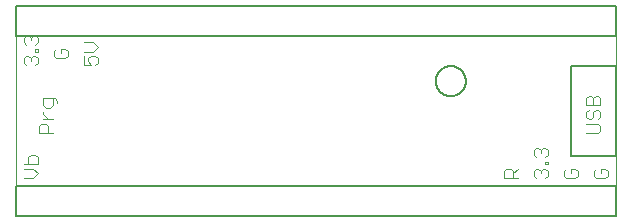
<source format=gto>
G75*
%MOIN*%
%OFA0B0*%
%FSLAX25Y25*%
%IPPOS*%
%LPD*%
%AMOC8*
5,1,8,0,0,1.08239X$1,22.5*
%
%ADD10C,0.00000*%
%ADD11C,0.00500*%
%ADD12C,0.00400*%
D10*
X0001250Y0001250D02*
X0001250Y0071211D01*
X0201250Y0071211D01*
X0201250Y0001250D01*
X0001250Y0001250D01*
D11*
X0201250Y0001250D01*
X0201250Y0011250D01*
X0001250Y0011250D01*
X0001250Y0001250D01*
X0141250Y0046250D02*
X0141252Y0046391D01*
X0141258Y0046532D01*
X0141268Y0046672D01*
X0141282Y0046812D01*
X0141300Y0046952D01*
X0141321Y0047091D01*
X0141347Y0047230D01*
X0141376Y0047368D01*
X0141410Y0047504D01*
X0141447Y0047640D01*
X0141488Y0047775D01*
X0141533Y0047909D01*
X0141582Y0048041D01*
X0141634Y0048172D01*
X0141690Y0048301D01*
X0141750Y0048428D01*
X0141813Y0048554D01*
X0141879Y0048678D01*
X0141950Y0048801D01*
X0142023Y0048921D01*
X0142100Y0049039D01*
X0142180Y0049155D01*
X0142264Y0049268D01*
X0142350Y0049379D01*
X0142440Y0049488D01*
X0142533Y0049594D01*
X0142628Y0049697D01*
X0142727Y0049798D01*
X0142828Y0049896D01*
X0142932Y0049991D01*
X0143039Y0050083D01*
X0143148Y0050172D01*
X0143260Y0050257D01*
X0143374Y0050340D01*
X0143490Y0050420D01*
X0143609Y0050496D01*
X0143730Y0050568D01*
X0143852Y0050638D01*
X0143977Y0050703D01*
X0144103Y0050766D01*
X0144231Y0050824D01*
X0144361Y0050879D01*
X0144492Y0050931D01*
X0144625Y0050978D01*
X0144759Y0051022D01*
X0144894Y0051063D01*
X0145030Y0051099D01*
X0145167Y0051131D01*
X0145305Y0051160D01*
X0145443Y0051185D01*
X0145583Y0051205D01*
X0145723Y0051222D01*
X0145863Y0051235D01*
X0146004Y0051244D01*
X0146144Y0051249D01*
X0146285Y0051250D01*
X0146426Y0051247D01*
X0146567Y0051240D01*
X0146707Y0051229D01*
X0146847Y0051214D01*
X0146987Y0051195D01*
X0147126Y0051173D01*
X0147264Y0051146D01*
X0147402Y0051116D01*
X0147538Y0051081D01*
X0147674Y0051043D01*
X0147808Y0051001D01*
X0147942Y0050955D01*
X0148074Y0050906D01*
X0148204Y0050852D01*
X0148333Y0050795D01*
X0148460Y0050735D01*
X0148586Y0050671D01*
X0148709Y0050603D01*
X0148831Y0050532D01*
X0148951Y0050458D01*
X0149068Y0050380D01*
X0149183Y0050299D01*
X0149296Y0050215D01*
X0149407Y0050128D01*
X0149515Y0050037D01*
X0149620Y0049944D01*
X0149723Y0049847D01*
X0149823Y0049748D01*
X0149920Y0049646D01*
X0150014Y0049541D01*
X0150105Y0049434D01*
X0150193Y0049324D01*
X0150278Y0049212D01*
X0150360Y0049097D01*
X0150439Y0048980D01*
X0150514Y0048861D01*
X0150586Y0048740D01*
X0150654Y0048617D01*
X0150719Y0048492D01*
X0150781Y0048365D01*
X0150838Y0048236D01*
X0150893Y0048106D01*
X0150943Y0047975D01*
X0150990Y0047842D01*
X0151033Y0047708D01*
X0151072Y0047572D01*
X0151107Y0047436D01*
X0151139Y0047299D01*
X0151166Y0047161D01*
X0151190Y0047022D01*
X0151210Y0046882D01*
X0151226Y0046742D01*
X0151238Y0046602D01*
X0151246Y0046461D01*
X0151250Y0046320D01*
X0151250Y0046180D01*
X0151246Y0046039D01*
X0151238Y0045898D01*
X0151226Y0045758D01*
X0151210Y0045618D01*
X0151190Y0045478D01*
X0151166Y0045339D01*
X0151139Y0045201D01*
X0151107Y0045064D01*
X0151072Y0044928D01*
X0151033Y0044792D01*
X0150990Y0044658D01*
X0150943Y0044525D01*
X0150893Y0044394D01*
X0150838Y0044264D01*
X0150781Y0044135D01*
X0150719Y0044008D01*
X0150654Y0043883D01*
X0150586Y0043760D01*
X0150514Y0043639D01*
X0150439Y0043520D01*
X0150360Y0043403D01*
X0150278Y0043288D01*
X0150193Y0043176D01*
X0150105Y0043066D01*
X0150014Y0042959D01*
X0149920Y0042854D01*
X0149823Y0042752D01*
X0149723Y0042653D01*
X0149620Y0042556D01*
X0149515Y0042463D01*
X0149407Y0042372D01*
X0149296Y0042285D01*
X0149183Y0042201D01*
X0149068Y0042120D01*
X0148951Y0042042D01*
X0148831Y0041968D01*
X0148709Y0041897D01*
X0148586Y0041829D01*
X0148460Y0041765D01*
X0148333Y0041705D01*
X0148204Y0041648D01*
X0148074Y0041594D01*
X0147942Y0041545D01*
X0147808Y0041499D01*
X0147674Y0041457D01*
X0147538Y0041419D01*
X0147402Y0041384D01*
X0147264Y0041354D01*
X0147126Y0041327D01*
X0146987Y0041305D01*
X0146847Y0041286D01*
X0146707Y0041271D01*
X0146567Y0041260D01*
X0146426Y0041253D01*
X0146285Y0041250D01*
X0146144Y0041251D01*
X0146004Y0041256D01*
X0145863Y0041265D01*
X0145723Y0041278D01*
X0145583Y0041295D01*
X0145443Y0041315D01*
X0145305Y0041340D01*
X0145167Y0041369D01*
X0145030Y0041401D01*
X0144894Y0041437D01*
X0144759Y0041478D01*
X0144625Y0041522D01*
X0144492Y0041569D01*
X0144361Y0041621D01*
X0144231Y0041676D01*
X0144103Y0041734D01*
X0143977Y0041797D01*
X0143852Y0041862D01*
X0143730Y0041932D01*
X0143609Y0042004D01*
X0143490Y0042080D01*
X0143374Y0042160D01*
X0143260Y0042243D01*
X0143148Y0042328D01*
X0143039Y0042417D01*
X0142932Y0042509D01*
X0142828Y0042604D01*
X0142727Y0042702D01*
X0142628Y0042803D01*
X0142533Y0042906D01*
X0142440Y0043012D01*
X0142350Y0043121D01*
X0142264Y0043232D01*
X0142180Y0043345D01*
X0142100Y0043461D01*
X0142023Y0043579D01*
X0141950Y0043699D01*
X0141879Y0043822D01*
X0141813Y0043946D01*
X0141750Y0044072D01*
X0141690Y0044199D01*
X0141634Y0044328D01*
X0141582Y0044459D01*
X0141533Y0044591D01*
X0141488Y0044725D01*
X0141447Y0044860D01*
X0141410Y0044996D01*
X0141376Y0045132D01*
X0141347Y0045270D01*
X0141321Y0045409D01*
X0141300Y0045548D01*
X0141282Y0045688D01*
X0141268Y0045828D01*
X0141258Y0045968D01*
X0141252Y0046109D01*
X0141250Y0046250D01*
X0186250Y0051250D02*
X0201250Y0051250D01*
X0201250Y0021250D01*
X0186250Y0021250D01*
X0186250Y0051250D01*
X0201250Y0061250D02*
X0201250Y0071250D01*
X0001250Y0071250D01*
X0001250Y0061250D01*
X0201250Y0061250D01*
D12*
X0195283Y0041227D02*
X0196050Y0040460D01*
X0196050Y0038158D01*
X0191446Y0038158D01*
X0191446Y0040460D01*
X0192213Y0041227D01*
X0192981Y0041227D01*
X0193748Y0040460D01*
X0193748Y0038158D01*
X0194515Y0036623D02*
X0195283Y0036623D01*
X0196050Y0035856D01*
X0196050Y0034321D01*
X0195283Y0033554D01*
X0193748Y0034321D02*
X0193748Y0035856D01*
X0194515Y0036623D01*
X0192213Y0036623D02*
X0191446Y0035856D01*
X0191446Y0034321D01*
X0192213Y0033554D01*
X0192981Y0033554D01*
X0193748Y0034321D01*
X0195283Y0032019D02*
X0191446Y0032019D01*
X0195283Y0032019D02*
X0196050Y0031252D01*
X0196050Y0029717D01*
X0195283Y0028950D01*
X0191446Y0028950D01*
X0178550Y0023158D02*
X0177783Y0023925D01*
X0177015Y0023925D01*
X0176248Y0023158D01*
X0176248Y0022391D01*
X0176248Y0023158D02*
X0175481Y0023925D01*
X0174713Y0023925D01*
X0173946Y0023158D01*
X0173946Y0021623D01*
X0174713Y0020856D01*
X0177783Y0020856D02*
X0178550Y0021623D01*
X0178550Y0023158D01*
X0178550Y0019321D02*
X0177783Y0019321D01*
X0177783Y0018554D01*
X0178550Y0018554D01*
X0178550Y0019321D01*
X0177783Y0017019D02*
X0178550Y0016252D01*
X0178550Y0014717D01*
X0177783Y0013950D01*
X0174713Y0013950D02*
X0173946Y0014717D01*
X0173946Y0016252D01*
X0174713Y0017019D01*
X0175481Y0017019D01*
X0176248Y0016252D01*
X0177015Y0017019D01*
X0177783Y0017019D01*
X0176248Y0016252D02*
X0176248Y0015485D01*
X0183946Y0016252D02*
X0183946Y0014717D01*
X0184713Y0013950D01*
X0187783Y0013950D01*
X0188550Y0014717D01*
X0188550Y0016252D01*
X0187783Y0017019D01*
X0186248Y0017019D01*
X0186248Y0015485D01*
X0184713Y0017019D02*
X0183946Y0016252D01*
X0193946Y0016252D02*
X0193946Y0014717D01*
X0194713Y0013950D01*
X0197783Y0013950D01*
X0198550Y0014717D01*
X0198550Y0016252D01*
X0197783Y0017019D01*
X0196248Y0017019D01*
X0196248Y0015485D01*
X0194713Y0017019D02*
X0193946Y0016252D01*
X0168550Y0017019D02*
X0167015Y0015485D01*
X0167015Y0016252D02*
X0167015Y0013950D01*
X0168550Y0013950D02*
X0163946Y0013950D01*
X0163946Y0016252D01*
X0164713Y0017019D01*
X0166248Y0017019D01*
X0167015Y0016252D01*
X0193748Y0040460D02*
X0194515Y0041227D01*
X0195283Y0041227D01*
X0028550Y0052217D02*
X0027783Y0051450D01*
X0026248Y0051450D02*
X0025481Y0052985D01*
X0025481Y0053752D01*
X0026248Y0054519D01*
X0027783Y0054519D01*
X0028550Y0053752D01*
X0028550Y0052217D01*
X0026248Y0051450D02*
X0023946Y0051450D01*
X0023946Y0054519D01*
X0023946Y0056054D02*
X0027015Y0056054D01*
X0028550Y0057589D01*
X0027015Y0059123D01*
X0023946Y0059123D01*
X0018550Y0056252D02*
X0017783Y0057019D01*
X0016248Y0057019D01*
X0016248Y0055485D01*
X0017783Y0053950D02*
X0018550Y0054717D01*
X0018550Y0056252D01*
X0014713Y0057019D02*
X0013946Y0056252D01*
X0013946Y0054717D01*
X0014713Y0053950D01*
X0017783Y0053950D01*
X0008550Y0053752D02*
X0008550Y0052217D01*
X0007783Y0051450D01*
X0004713Y0051450D02*
X0003946Y0052217D01*
X0003946Y0053752D01*
X0004713Y0054519D01*
X0005481Y0054519D01*
X0006248Y0053752D01*
X0007015Y0054519D01*
X0007783Y0054519D01*
X0008550Y0053752D01*
X0006248Y0053752D02*
X0006248Y0052985D01*
X0007783Y0056054D02*
X0007783Y0056821D01*
X0008550Y0056821D01*
X0008550Y0056054D01*
X0007783Y0056054D01*
X0007783Y0058356D02*
X0008550Y0059123D01*
X0008550Y0060658D01*
X0007783Y0061425D01*
X0007015Y0061425D01*
X0006248Y0060658D01*
X0006248Y0059891D01*
X0006248Y0060658D02*
X0005481Y0061425D01*
X0004713Y0061425D01*
X0003946Y0060658D01*
X0003946Y0059123D01*
X0004713Y0058356D01*
X0010481Y0040460D02*
X0010481Y0038158D01*
X0011248Y0037391D01*
X0012783Y0037391D01*
X0013550Y0038158D01*
X0013550Y0040460D01*
X0014317Y0040460D02*
X0015085Y0039692D01*
X0015085Y0038925D01*
X0014317Y0040460D02*
X0010481Y0040460D01*
X0010481Y0035856D02*
X0010481Y0035089D01*
X0012015Y0033554D01*
X0010481Y0033554D02*
X0013550Y0033554D01*
X0011248Y0032019D02*
X0009713Y0032019D01*
X0008946Y0031252D01*
X0008946Y0028950D01*
X0013550Y0028950D01*
X0012015Y0028950D02*
X0012015Y0031252D01*
X0011248Y0032019D01*
X0007783Y0021623D02*
X0006248Y0021623D01*
X0005481Y0020856D01*
X0005481Y0018554D01*
X0003946Y0018554D02*
X0008550Y0018554D01*
X0008550Y0020856D01*
X0007783Y0021623D01*
X0007015Y0017019D02*
X0003946Y0017019D01*
X0007015Y0017019D02*
X0008550Y0015485D01*
X0007015Y0013950D01*
X0003946Y0013950D01*
M02*

</source>
